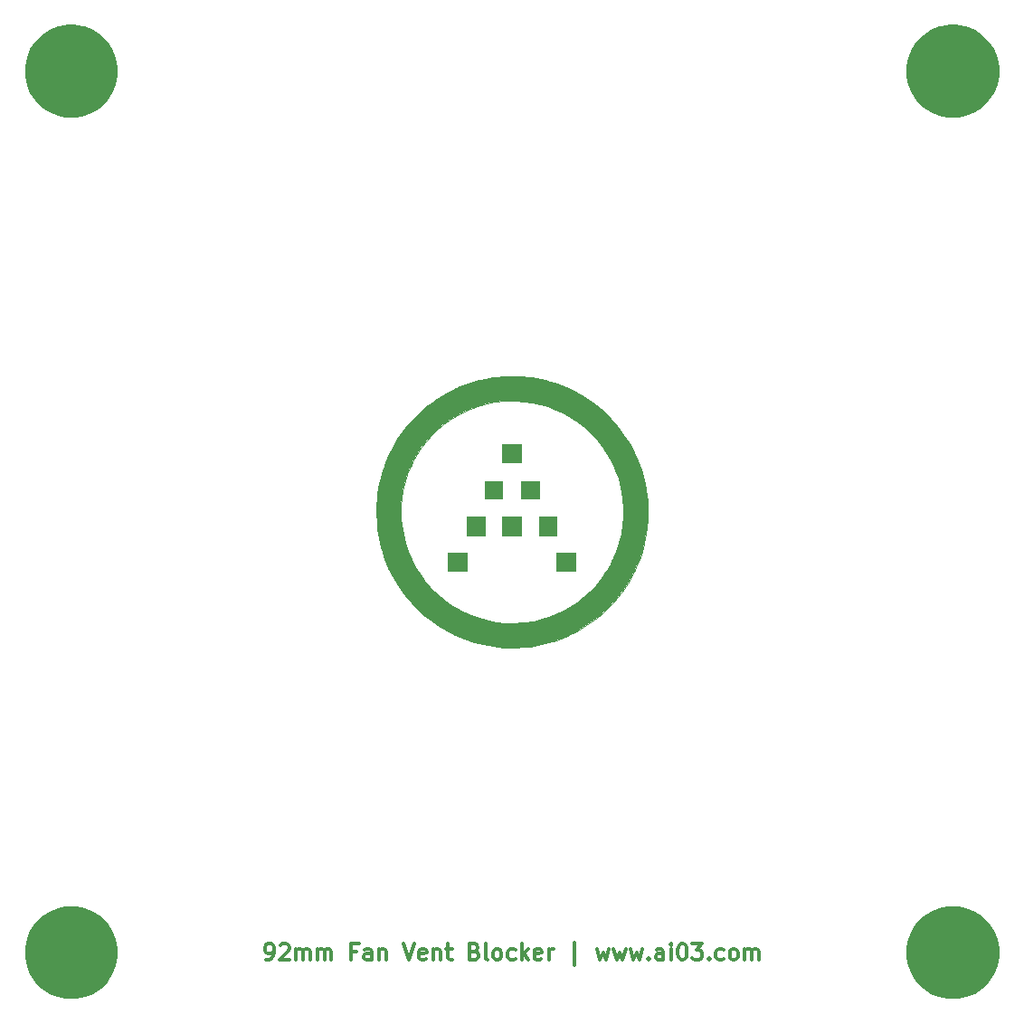
<source format=gts>
G04 #@! TF.GenerationSoftware,KiCad,Pcbnew,(5.1.4)-1*
G04 #@! TF.CreationDate,2020-12-31T01:33:54+09:00*
G04 #@! TF.ProjectId,fan-vent-blocker,66616e2d-7665-46e7-942d-626c6f636b65,rev?*
G04 #@! TF.SameCoordinates,Original*
G04 #@! TF.FileFunction,Soldermask,Top*
G04 #@! TF.FilePolarity,Negative*
%FSLAX46Y46*%
G04 Gerber Fmt 4.6, Leading zero omitted, Abs format (unit mm)*
G04 Created by KiCad (PCBNEW (5.1.4)-1) date 2020-12-31 01:33:54*
%MOMM*%
%LPD*%
G04 APERTURE LIST*
%ADD10C,0.300000*%
%ADD11C,0.010000*%
%ADD12C,0.100000*%
G04 APERTURE END LIST*
D10*
X-23000000Y-41928571D02*
X-22714285Y-41928571D01*
X-22571428Y-41857142D01*
X-22500000Y-41785714D01*
X-22357142Y-41571428D01*
X-22285714Y-41285714D01*
X-22285714Y-40714285D01*
X-22357142Y-40571428D01*
X-22428571Y-40500000D01*
X-22571428Y-40428571D01*
X-22857142Y-40428571D01*
X-23000000Y-40500000D01*
X-23071428Y-40571428D01*
X-23142857Y-40714285D01*
X-23142857Y-41071428D01*
X-23071428Y-41214285D01*
X-23000000Y-41285714D01*
X-22857142Y-41357142D01*
X-22571428Y-41357142D01*
X-22428571Y-41285714D01*
X-22357142Y-41214285D01*
X-22285714Y-41071428D01*
X-21714285Y-40571428D02*
X-21642857Y-40500000D01*
X-21500000Y-40428571D01*
X-21142857Y-40428571D01*
X-21000000Y-40500000D01*
X-20928571Y-40571428D01*
X-20857142Y-40714285D01*
X-20857142Y-40857142D01*
X-20928571Y-41071428D01*
X-21785714Y-41928571D01*
X-20857142Y-41928571D01*
X-20214285Y-41928571D02*
X-20214285Y-40928571D01*
X-20214285Y-41071428D02*
X-20142857Y-41000000D01*
X-20000000Y-40928571D01*
X-19785714Y-40928571D01*
X-19642857Y-41000000D01*
X-19571428Y-41142857D01*
X-19571428Y-41928571D01*
X-19571428Y-41142857D02*
X-19500000Y-41000000D01*
X-19357142Y-40928571D01*
X-19142857Y-40928571D01*
X-19000000Y-41000000D01*
X-18928571Y-41142857D01*
X-18928571Y-41928571D01*
X-18214285Y-41928571D02*
X-18214285Y-40928571D01*
X-18214285Y-41071428D02*
X-18142857Y-41000000D01*
X-18000000Y-40928571D01*
X-17785714Y-40928571D01*
X-17642857Y-41000000D01*
X-17571428Y-41142857D01*
X-17571428Y-41928571D01*
X-17571428Y-41142857D02*
X-17500000Y-41000000D01*
X-17357142Y-40928571D01*
X-17142857Y-40928571D01*
X-17000000Y-41000000D01*
X-16928571Y-41142857D01*
X-16928571Y-41928571D01*
X-14571428Y-41142857D02*
X-15071428Y-41142857D01*
X-15071428Y-41928571D02*
X-15071428Y-40428571D01*
X-14357142Y-40428571D01*
X-13142857Y-41928571D02*
X-13142857Y-41142857D01*
X-13214285Y-41000000D01*
X-13357142Y-40928571D01*
X-13642857Y-40928571D01*
X-13785714Y-41000000D01*
X-13142857Y-41857142D02*
X-13285714Y-41928571D01*
X-13642857Y-41928571D01*
X-13785714Y-41857142D01*
X-13857142Y-41714285D01*
X-13857142Y-41571428D01*
X-13785714Y-41428571D01*
X-13642857Y-41357142D01*
X-13285714Y-41357142D01*
X-13142857Y-41285714D01*
X-12428571Y-40928571D02*
X-12428571Y-41928571D01*
X-12428571Y-41071428D02*
X-12357142Y-41000000D01*
X-12214285Y-40928571D01*
X-12000000Y-40928571D01*
X-11857142Y-41000000D01*
X-11785714Y-41142857D01*
X-11785714Y-41928571D01*
X-10142857Y-40428571D02*
X-9642857Y-41928571D01*
X-9142857Y-40428571D01*
X-8071428Y-41857142D02*
X-8214285Y-41928571D01*
X-8500000Y-41928571D01*
X-8642857Y-41857142D01*
X-8714285Y-41714285D01*
X-8714285Y-41142857D01*
X-8642857Y-41000000D01*
X-8500000Y-40928571D01*
X-8214285Y-40928571D01*
X-8071428Y-41000000D01*
X-8000000Y-41142857D01*
X-8000000Y-41285714D01*
X-8714285Y-41428571D01*
X-7357142Y-40928571D02*
X-7357142Y-41928571D01*
X-7357142Y-41071428D02*
X-7285714Y-41000000D01*
X-7142857Y-40928571D01*
X-6928571Y-40928571D01*
X-6785714Y-41000000D01*
X-6714285Y-41142857D01*
X-6714285Y-41928571D01*
X-6214285Y-40928571D02*
X-5642857Y-40928571D01*
X-6000000Y-40428571D02*
X-6000000Y-41714285D01*
X-5928571Y-41857142D01*
X-5785714Y-41928571D01*
X-5642857Y-41928571D01*
X-3500000Y-41142857D02*
X-3285714Y-41214285D01*
X-3214285Y-41285714D01*
X-3142857Y-41428571D01*
X-3142857Y-41642857D01*
X-3214285Y-41785714D01*
X-3285714Y-41857142D01*
X-3428571Y-41928571D01*
X-4000000Y-41928571D01*
X-4000000Y-40428571D01*
X-3500000Y-40428571D01*
X-3357142Y-40500000D01*
X-3285714Y-40571428D01*
X-3214285Y-40714285D01*
X-3214285Y-40857142D01*
X-3285714Y-41000000D01*
X-3357142Y-41071428D01*
X-3500000Y-41142857D01*
X-4000000Y-41142857D01*
X-2285714Y-41928571D02*
X-2428571Y-41857142D01*
X-2500000Y-41714285D01*
X-2500000Y-40428571D01*
X-1500000Y-41928571D02*
X-1642857Y-41857142D01*
X-1714285Y-41785714D01*
X-1785714Y-41642857D01*
X-1785714Y-41214285D01*
X-1714285Y-41071428D01*
X-1642857Y-41000000D01*
X-1500000Y-40928571D01*
X-1285714Y-40928571D01*
X-1142857Y-41000000D01*
X-1071428Y-41071428D01*
X-1000000Y-41214285D01*
X-1000000Y-41642857D01*
X-1071428Y-41785714D01*
X-1142857Y-41857142D01*
X-1285714Y-41928571D01*
X-1500000Y-41928571D01*
X285714Y-41857142D02*
X142857Y-41928571D01*
X-142857Y-41928571D01*
X-285714Y-41857142D01*
X-357142Y-41785714D01*
X-428571Y-41642857D01*
X-428571Y-41214285D01*
X-357142Y-41071428D01*
X-285714Y-41000000D01*
X-142857Y-40928571D01*
X142857Y-40928571D01*
X285714Y-41000000D01*
X928571Y-41928571D02*
X928571Y-40428571D01*
X1071428Y-41357142D02*
X1500000Y-41928571D01*
X1500000Y-40928571D02*
X928571Y-41500000D01*
X2714285Y-41857142D02*
X2571428Y-41928571D01*
X2285714Y-41928571D01*
X2142857Y-41857142D01*
X2071428Y-41714285D01*
X2071428Y-41142857D01*
X2142857Y-41000000D01*
X2285714Y-40928571D01*
X2571428Y-40928571D01*
X2714285Y-41000000D01*
X2785714Y-41142857D01*
X2785714Y-41285714D01*
X2071428Y-41428571D01*
X3428571Y-41928571D02*
X3428571Y-40928571D01*
X3428571Y-41214285D02*
X3500000Y-41071428D01*
X3571428Y-41000000D01*
X3714285Y-40928571D01*
X3857142Y-40928571D01*
X5857142Y-42428571D02*
X5857142Y-40285714D01*
X7928571Y-40928571D02*
X8214285Y-41928571D01*
X8500000Y-41214285D01*
X8785714Y-41928571D01*
X9071428Y-40928571D01*
X9500000Y-40928571D02*
X9785714Y-41928571D01*
X10071428Y-41214285D01*
X10357142Y-41928571D01*
X10642857Y-40928571D01*
X11071428Y-40928571D02*
X11357142Y-41928571D01*
X11642857Y-41214285D01*
X11928571Y-41928571D01*
X12214285Y-40928571D01*
X12785714Y-41785714D02*
X12857142Y-41857142D01*
X12785714Y-41928571D01*
X12714285Y-41857142D01*
X12785714Y-41785714D01*
X12785714Y-41928571D01*
X14142857Y-41928571D02*
X14142857Y-41142857D01*
X14071428Y-41000000D01*
X13928571Y-40928571D01*
X13642857Y-40928571D01*
X13500000Y-41000000D01*
X14142857Y-41857142D02*
X14000000Y-41928571D01*
X13642857Y-41928571D01*
X13500000Y-41857142D01*
X13428571Y-41714285D01*
X13428571Y-41571428D01*
X13500000Y-41428571D01*
X13642857Y-41357142D01*
X14000000Y-41357142D01*
X14142857Y-41285714D01*
X14857142Y-41928571D02*
X14857142Y-40928571D01*
X14857142Y-40428571D02*
X14785714Y-40500000D01*
X14857142Y-40571428D01*
X14928571Y-40500000D01*
X14857142Y-40428571D01*
X14857142Y-40571428D01*
X15857142Y-40428571D02*
X16000000Y-40428571D01*
X16142857Y-40500000D01*
X16214285Y-40571428D01*
X16285714Y-40714285D01*
X16357142Y-41000000D01*
X16357142Y-41357142D01*
X16285714Y-41642857D01*
X16214285Y-41785714D01*
X16142857Y-41857142D01*
X16000000Y-41928571D01*
X15857142Y-41928571D01*
X15714285Y-41857142D01*
X15642857Y-41785714D01*
X15571428Y-41642857D01*
X15500000Y-41357142D01*
X15500000Y-41000000D01*
X15571428Y-40714285D01*
X15642857Y-40571428D01*
X15714285Y-40500000D01*
X15857142Y-40428571D01*
X16857142Y-40428571D02*
X17785714Y-40428571D01*
X17285714Y-41000000D01*
X17500000Y-41000000D01*
X17642857Y-41071428D01*
X17714285Y-41142857D01*
X17785714Y-41285714D01*
X17785714Y-41642857D01*
X17714285Y-41785714D01*
X17642857Y-41857142D01*
X17500000Y-41928571D01*
X17071428Y-41928571D01*
X16928571Y-41857142D01*
X16857142Y-41785714D01*
X18428571Y-41785714D02*
X18500000Y-41857142D01*
X18428571Y-41928571D01*
X18357142Y-41857142D01*
X18428571Y-41785714D01*
X18428571Y-41928571D01*
X19785714Y-41857142D02*
X19642857Y-41928571D01*
X19357142Y-41928571D01*
X19214285Y-41857142D01*
X19142857Y-41785714D01*
X19071428Y-41642857D01*
X19071428Y-41214285D01*
X19142857Y-41071428D01*
X19214285Y-41000000D01*
X19357142Y-40928571D01*
X19642857Y-40928571D01*
X19785714Y-41000000D01*
X20642857Y-41928571D02*
X20500000Y-41857142D01*
X20428571Y-41785714D01*
X20357142Y-41642857D01*
X20357142Y-41214285D01*
X20428571Y-41071428D01*
X20500000Y-41000000D01*
X20642857Y-40928571D01*
X20857142Y-40928571D01*
X21000000Y-41000000D01*
X21071428Y-41071428D01*
X21142857Y-41214285D01*
X21142857Y-41642857D01*
X21071428Y-41785714D01*
X21000000Y-41857142D01*
X20857142Y-41928571D01*
X20642857Y-41928571D01*
X21785714Y-41928571D02*
X21785714Y-40928571D01*
X21785714Y-41071428D02*
X21857142Y-41000000D01*
X22000000Y-40928571D01*
X22214285Y-40928571D01*
X22357142Y-41000000D01*
X22428571Y-41142857D01*
X22428571Y-41928571D01*
X22428571Y-41142857D02*
X22500000Y-41000000D01*
X22642857Y-40928571D01*
X22857142Y-40928571D01*
X23000000Y-41000000D01*
X23071428Y-41142857D01*
X23071428Y-41928571D01*
D11*
G36*
X812799Y4605867D02*
G01*
X-914400Y4605867D01*
X-914400Y6333067D01*
X812799Y6333067D01*
X812799Y4605867D01*
X812799Y4605867D01*
G37*
X812799Y4605867D02*
X-914400Y4605867D01*
X-914400Y6333067D01*
X812799Y6333067D01*
X812799Y4605867D01*
G36*
X2539999Y1253067D02*
G01*
X812799Y1253067D01*
X812799Y2878667D01*
X2539999Y2878667D01*
X2539999Y1253067D01*
X2539999Y1253067D01*
G37*
X2539999Y1253067D02*
X812799Y1253067D01*
X812799Y2878667D01*
X2539999Y2878667D01*
X2539999Y1253067D01*
G36*
X-914400Y1253067D02*
G01*
X-2540000Y1253067D01*
X-2540000Y2878667D01*
X-914400Y2878667D01*
X-914400Y1253067D01*
X-914400Y1253067D01*
G37*
X-914400Y1253067D02*
X-2540000Y1253067D01*
X-2540000Y2878667D01*
X-914400Y2878667D01*
X-914400Y1253067D01*
G36*
X4165600Y-2201333D02*
G01*
X2539999Y-2201333D01*
X2539999Y-474133D01*
X4165600Y-474133D01*
X4165600Y-2201333D01*
X4165600Y-2201333D01*
G37*
X4165600Y-2201333D02*
X2539999Y-2201333D01*
X2539999Y-474133D01*
X4165600Y-474133D01*
X4165600Y-2201333D01*
G36*
X812799Y-2201333D02*
G01*
X-914400Y-2201333D01*
X-914400Y-474133D01*
X812799Y-474133D01*
X812799Y-2201333D01*
X812799Y-2201333D01*
G37*
X812799Y-2201333D02*
X-914400Y-2201333D01*
X-914400Y-474133D01*
X812799Y-474133D01*
X812799Y-2201333D01*
G36*
X-2540000Y-2201333D02*
G01*
X-4267200Y-2201333D01*
X-4267200Y-474133D01*
X-2540000Y-474133D01*
X-2540000Y-2201333D01*
X-2540000Y-2201333D01*
G37*
X-2540000Y-2201333D02*
X-4267200Y-2201333D01*
X-4267200Y-474133D01*
X-2540000Y-474133D01*
X-2540000Y-2201333D01*
G36*
X5892800Y-5554133D02*
G01*
X4165600Y-5554133D01*
X4165600Y-3826933D01*
X5892800Y-3826933D01*
X5892800Y-5554133D01*
X5892800Y-5554133D01*
G37*
X5892800Y-5554133D02*
X4165600Y-5554133D01*
X4165600Y-3826933D01*
X5892800Y-3826933D01*
X5892800Y-5554133D01*
G36*
X-4267200Y-5554133D02*
G01*
X-5994401Y-5554133D01*
X-5994401Y-3826933D01*
X-4267200Y-3826933D01*
X-4267200Y-5554133D01*
X-4267200Y-5554133D01*
G37*
X-4267200Y-5554133D02*
X-5994401Y-5554133D01*
X-5994401Y-3826933D01*
X-4267200Y-3826933D01*
X-4267200Y-5554133D01*
G36*
X16933Y12680344D02*
G01*
X546505Y12674496D01*
X1023142Y12656760D01*
X1460873Y12625413D01*
X1873731Y12578733D01*
X2275745Y12514997D01*
X2680946Y12432483D01*
X3103365Y12329468D01*
X3296553Y12277682D01*
X4186355Y11999333D01*
X5048597Y11660836D01*
X5880011Y11263883D01*
X6677330Y10810164D01*
X7437287Y10301371D01*
X8086440Y9797903D01*
X8759159Y9197475D01*
X9387796Y8551309D01*
X9969433Y7863960D01*
X10501154Y7139982D01*
X10980041Y6383930D01*
X11403177Y5600360D01*
X11767645Y4793827D01*
X12070528Y3968884D01*
X12278545Y3252040D01*
X12419646Y2654767D01*
X12527849Y2091842D01*
X12606324Y1540280D01*
X12658240Y977096D01*
X12686765Y379307D01*
X12689554Y270934D01*
X12677951Y-660466D01*
X12600320Y-1576875D01*
X12456684Y-2478167D01*
X12247067Y-3364218D01*
X11971493Y-4234900D01*
X11697585Y-4934344D01*
X11577768Y-5212808D01*
X11475102Y-5443881D01*
X11381795Y-5643147D01*
X11290055Y-5826189D01*
X11192090Y-6008589D01*
X11080108Y-6205931D01*
X10955841Y-6417733D01*
X10447174Y-7212490D01*
X9892061Y-7957984D01*
X9289936Y-8654783D01*
X8640234Y-9303451D01*
X7942388Y-9904554D01*
X7195835Y-10458657D01*
X6417733Y-10955841D01*
X6192327Y-11087975D01*
X5996431Y-11198808D01*
X5814463Y-11296131D01*
X5630839Y-11387736D01*
X5429977Y-11481415D01*
X5196294Y-11584960D01*
X4934344Y-11697585D01*
X4523748Y-11866322D01*
X4145220Y-12007287D01*
X3773532Y-12128833D01*
X3383457Y-12239312D01*
X3031066Y-12327773D01*
X2329129Y-12479472D01*
X1658859Y-12589026D01*
X1000819Y-12658742D01*
X335568Y-12690925D01*
X-50800Y-12693388D01*
X-269333Y-12691191D01*
X-474650Y-12688181D01*
X-653340Y-12684629D01*
X-791989Y-12680802D01*
X-877185Y-12676971D01*
X-880534Y-12676730D01*
X-1802875Y-12574536D01*
X-2710638Y-12408193D01*
X-3600157Y-12179057D01*
X-4467765Y-11888480D01*
X-5309798Y-11537819D01*
X-6122590Y-11128427D01*
X-6902476Y-10661659D01*
X-7546554Y-10213528D01*
X-8284379Y-9623249D01*
X-8969962Y-8990240D01*
X-9602345Y-8315900D01*
X-10180571Y-7601629D01*
X-10703684Y-6848826D01*
X-11170727Y-6058889D01*
X-11580743Y-5233217D01*
X-11932774Y-4373210D01*
X-12225865Y-3480267D01*
X-12277682Y-3296553D01*
X-12390178Y-2862231D01*
X-12481421Y-2451246D01*
X-12553135Y-2049567D01*
X-12607041Y-1643164D01*
X-12644863Y-1218005D01*
X-12668324Y-760061D01*
X-12679145Y-255301D01*
X-12680344Y-16933D01*
X-12677461Y219274D01*
X-10407280Y219274D01*
X-10406838Y-122649D01*
X-10399734Y-462551D01*
X-10386096Y-783089D01*
X-10366055Y-1066921D01*
X-10350184Y-1219199D01*
X-10214189Y-2061003D01*
X-10015142Y-2878562D01*
X-9753810Y-3670279D01*
X-9430958Y-4434554D01*
X-9047353Y-5169789D01*
X-8603761Y-5874386D01*
X-8100946Y-6546745D01*
X-7539677Y-7185267D01*
X-7444378Y-7284309D01*
X-6871645Y-7826493D01*
X-6249983Y-8329686D01*
X-5590909Y-8785450D01*
X-4905946Y-9185349D01*
X-4710581Y-9286415D01*
X-4393106Y-9442785D01*
X-4114742Y-9571720D01*
X-3856622Y-9680808D01*
X-3599880Y-9777637D01*
X-3325649Y-9869795D01*
X-3048000Y-9955103D01*
X-2240693Y-10165932D01*
X-1448155Y-10312922D01*
X-664204Y-10396645D01*
X117344Y-10417674D01*
X902674Y-10376580D01*
X1186586Y-10346797D01*
X1985867Y-10223305D01*
X2752080Y-10044920D01*
X3495922Y-9808441D01*
X4228089Y-9510672D01*
X4641773Y-9313560D01*
X5369803Y-8914974D01*
X6049978Y-8472369D01*
X6685532Y-7982822D01*
X7279698Y-7443412D01*
X7835708Y-6851219D01*
X8356796Y-6203320D01*
X8818739Y-5539240D01*
X8925941Y-5363488D01*
X9051053Y-5141077D01*
X9186307Y-4887450D01*
X9323940Y-4618053D01*
X9456185Y-4348330D01*
X9575277Y-4093724D01*
X9673450Y-3869681D01*
X9730784Y-3725333D01*
X9999020Y-2908091D01*
X10201242Y-2085739D01*
X10337278Y-1260586D01*
X10406956Y-434943D01*
X10410103Y388879D01*
X10346547Y1208570D01*
X10216115Y2021819D01*
X10174287Y2218267D01*
X10030718Y2799783D01*
X9867274Y3338166D01*
X9675538Y3857038D01*
X9447096Y4380023D01*
X9286415Y4710581D01*
X8886608Y5430998D01*
X8430824Y6115528D01*
X7922338Y6761097D01*
X7364426Y7364634D01*
X6760364Y7923067D01*
X6113426Y8433324D01*
X5426889Y8892332D01*
X4704028Y9297019D01*
X4088854Y9585154D01*
X3356572Y9868438D01*
X2620343Y10090296D01*
X1871597Y10252466D01*
X1101763Y10356690D01*
X302273Y10404707D01*
X33866Y10408504D01*
X-811336Y10381323D01*
X-1628948Y10293242D01*
X-2422270Y10143261D01*
X-3194605Y9930383D01*
X-3949254Y9653610D01*
X-4689520Y9311943D01*
X-5418704Y8904385D01*
X-5848344Y8630425D01*
X-6443259Y8197240D01*
X-7015837Y7708681D01*
X-7559079Y7172955D01*
X-8065984Y6598269D01*
X-8529552Y5992829D01*
X-8942784Y5364841D01*
X-9298680Y4722513D01*
X-9447142Y4411392D01*
X-9709128Y3793326D01*
X-9923448Y3199241D01*
X-10095209Y2610663D01*
X-10229523Y2009115D01*
X-10331496Y1376124D01*
X-10367340Y1083734D01*
X-10387660Y839808D01*
X-10400930Y545874D01*
X-10407280Y219274D01*
X-12677461Y219274D01*
X-12672897Y593181D01*
X-12647836Y1151546D01*
X-12602719Y1672428D01*
X-12535104Y2170091D01*
X-12442550Y2658798D01*
X-12322616Y3152814D01*
X-12172860Y3666404D01*
X-11990840Y4213831D01*
X-11923878Y4402667D01*
X-11589437Y5233469D01*
X-11193318Y6037027D01*
X-10736333Y6812224D01*
X-10219297Y7557938D01*
X-9643023Y8273052D01*
X-9008326Y8956446D01*
X-8316019Y9607000D01*
X-7860178Y9991768D01*
X-7493976Y10271206D01*
X-7077809Y10558464D01*
X-6627210Y10844107D01*
X-6157713Y11118698D01*
X-5684850Y11372802D01*
X-5224155Y11596981D01*
X-5198534Y11608685D01*
X-4900035Y11736142D01*
X-4553662Y11870055D01*
X-4178061Y12004112D01*
X-3791877Y12132004D01*
X-3413754Y12247419D01*
X-3062340Y12344048D01*
X-2926294Y12377726D01*
X-2528536Y12466334D01*
X-2148913Y12537418D01*
X-1773426Y12592417D01*
X-1388078Y12632770D01*
X-978868Y12659917D01*
X-531800Y12675296D01*
X-32874Y12680348D01*
X16933Y12680344D01*
X16933Y12680344D01*
G37*
X16933Y12680344D02*
X546505Y12674496D01*
X1023142Y12656760D01*
X1460873Y12625413D01*
X1873731Y12578733D01*
X2275745Y12514997D01*
X2680946Y12432483D01*
X3103365Y12329468D01*
X3296553Y12277682D01*
X4186355Y11999333D01*
X5048597Y11660836D01*
X5880011Y11263883D01*
X6677330Y10810164D01*
X7437287Y10301371D01*
X8086440Y9797903D01*
X8759159Y9197475D01*
X9387796Y8551309D01*
X9969433Y7863960D01*
X10501154Y7139982D01*
X10980041Y6383930D01*
X11403177Y5600360D01*
X11767645Y4793827D01*
X12070528Y3968884D01*
X12278545Y3252040D01*
X12419646Y2654767D01*
X12527849Y2091842D01*
X12606324Y1540280D01*
X12658240Y977096D01*
X12686765Y379307D01*
X12689554Y270934D01*
X12677951Y-660466D01*
X12600320Y-1576875D01*
X12456684Y-2478167D01*
X12247067Y-3364218D01*
X11971493Y-4234900D01*
X11697585Y-4934344D01*
X11577768Y-5212808D01*
X11475102Y-5443881D01*
X11381795Y-5643147D01*
X11290055Y-5826189D01*
X11192090Y-6008589D01*
X11080108Y-6205931D01*
X10955841Y-6417733D01*
X10447174Y-7212490D01*
X9892061Y-7957984D01*
X9289936Y-8654783D01*
X8640234Y-9303451D01*
X7942388Y-9904554D01*
X7195835Y-10458657D01*
X6417733Y-10955841D01*
X6192327Y-11087975D01*
X5996431Y-11198808D01*
X5814463Y-11296131D01*
X5630839Y-11387736D01*
X5429977Y-11481415D01*
X5196294Y-11584960D01*
X4934344Y-11697585D01*
X4523748Y-11866322D01*
X4145220Y-12007287D01*
X3773532Y-12128833D01*
X3383457Y-12239312D01*
X3031066Y-12327773D01*
X2329129Y-12479472D01*
X1658859Y-12589026D01*
X1000819Y-12658742D01*
X335568Y-12690925D01*
X-50800Y-12693388D01*
X-269333Y-12691191D01*
X-474650Y-12688181D01*
X-653340Y-12684629D01*
X-791989Y-12680802D01*
X-877185Y-12676971D01*
X-880534Y-12676730D01*
X-1802875Y-12574536D01*
X-2710638Y-12408193D01*
X-3600157Y-12179057D01*
X-4467765Y-11888480D01*
X-5309798Y-11537819D01*
X-6122590Y-11128427D01*
X-6902476Y-10661659D01*
X-7546554Y-10213528D01*
X-8284379Y-9623249D01*
X-8969962Y-8990240D01*
X-9602345Y-8315900D01*
X-10180571Y-7601629D01*
X-10703684Y-6848826D01*
X-11170727Y-6058889D01*
X-11580743Y-5233217D01*
X-11932774Y-4373210D01*
X-12225865Y-3480267D01*
X-12277682Y-3296553D01*
X-12390178Y-2862231D01*
X-12481421Y-2451246D01*
X-12553135Y-2049567D01*
X-12607041Y-1643164D01*
X-12644863Y-1218005D01*
X-12668324Y-760061D01*
X-12679145Y-255301D01*
X-12680344Y-16933D01*
X-12677461Y219274D01*
X-10407280Y219274D01*
X-10406838Y-122649D01*
X-10399734Y-462551D01*
X-10386096Y-783089D01*
X-10366055Y-1066921D01*
X-10350184Y-1219199D01*
X-10214189Y-2061003D01*
X-10015142Y-2878562D01*
X-9753810Y-3670279D01*
X-9430958Y-4434554D01*
X-9047353Y-5169789D01*
X-8603761Y-5874386D01*
X-8100946Y-6546745D01*
X-7539677Y-7185267D01*
X-7444378Y-7284309D01*
X-6871645Y-7826493D01*
X-6249983Y-8329686D01*
X-5590909Y-8785450D01*
X-4905946Y-9185349D01*
X-4710581Y-9286415D01*
X-4393106Y-9442785D01*
X-4114742Y-9571720D01*
X-3856622Y-9680808D01*
X-3599880Y-9777637D01*
X-3325649Y-9869795D01*
X-3048000Y-9955103D01*
X-2240693Y-10165932D01*
X-1448155Y-10312922D01*
X-664204Y-10396645D01*
X117344Y-10417674D01*
X902674Y-10376580D01*
X1186586Y-10346797D01*
X1985867Y-10223305D01*
X2752080Y-10044920D01*
X3495922Y-9808441D01*
X4228089Y-9510672D01*
X4641773Y-9313560D01*
X5369803Y-8914974D01*
X6049978Y-8472369D01*
X6685532Y-7982822D01*
X7279698Y-7443412D01*
X7835708Y-6851219D01*
X8356796Y-6203320D01*
X8818739Y-5539240D01*
X8925941Y-5363488D01*
X9051053Y-5141077D01*
X9186307Y-4887450D01*
X9323940Y-4618053D01*
X9456185Y-4348330D01*
X9575277Y-4093724D01*
X9673450Y-3869681D01*
X9730784Y-3725333D01*
X9999020Y-2908091D01*
X10201242Y-2085739D01*
X10337278Y-1260586D01*
X10406956Y-434943D01*
X10410103Y388879D01*
X10346547Y1208570D01*
X10216115Y2021819D01*
X10174287Y2218267D01*
X10030718Y2799783D01*
X9867274Y3338166D01*
X9675538Y3857038D01*
X9447096Y4380023D01*
X9286415Y4710581D01*
X8886608Y5430998D01*
X8430824Y6115528D01*
X7922338Y6761097D01*
X7364426Y7364634D01*
X6760364Y7923067D01*
X6113426Y8433324D01*
X5426889Y8892332D01*
X4704028Y9297019D01*
X4088854Y9585154D01*
X3356572Y9868438D01*
X2620343Y10090296D01*
X1871597Y10252466D01*
X1101763Y10356690D01*
X302273Y10404707D01*
X33866Y10408504D01*
X-811336Y10381323D01*
X-1628948Y10293242D01*
X-2422270Y10143261D01*
X-3194605Y9930383D01*
X-3949254Y9653610D01*
X-4689520Y9311943D01*
X-5418704Y8904385D01*
X-5848344Y8630425D01*
X-6443259Y8197240D01*
X-7015837Y7708681D01*
X-7559079Y7172955D01*
X-8065984Y6598269D01*
X-8529552Y5992829D01*
X-8942784Y5364841D01*
X-9298680Y4722513D01*
X-9447142Y4411392D01*
X-9709128Y3793326D01*
X-9923448Y3199241D01*
X-10095209Y2610663D01*
X-10229523Y2009115D01*
X-10331496Y1376124D01*
X-10367340Y1083734D01*
X-10387660Y839808D01*
X-10400930Y545874D01*
X-10407280Y219274D01*
X-12677461Y219274D01*
X-12672897Y593181D01*
X-12647836Y1151546D01*
X-12602719Y1672428D01*
X-12535104Y2170091D01*
X-12442550Y2658798D01*
X-12322616Y3152814D01*
X-12172860Y3666404D01*
X-11990840Y4213831D01*
X-11923878Y4402667D01*
X-11589437Y5233469D01*
X-11193318Y6037027D01*
X-10736333Y6812224D01*
X-10219297Y7557938D01*
X-9643023Y8273052D01*
X-9008326Y8956446D01*
X-8316019Y9607000D01*
X-7860178Y9991768D01*
X-7493976Y10271206D01*
X-7077809Y10558464D01*
X-6627210Y10844107D01*
X-6157713Y11118698D01*
X-5684850Y11372802D01*
X-5224155Y11596981D01*
X-5198534Y11608685D01*
X-4900035Y11736142D01*
X-4553662Y11870055D01*
X-4178061Y12004112D01*
X-3791877Y12132004D01*
X-3413754Y12247419D01*
X-3062340Y12344048D01*
X-2926294Y12377726D01*
X-2528536Y12466334D01*
X-2148913Y12537418D01*
X-1773426Y12592417D01*
X-1388078Y12632770D01*
X-978868Y12659917D01*
X-531800Y12675296D01*
X-32874Y12680348D01*
X16933Y12680344D01*
D12*
G36*
X-40701844Y-36922794D02*
G01*
X-39980860Y-37066206D01*
X-39189028Y-37394193D01*
X-38476399Y-37870357D01*
X-37870357Y-38476399D01*
X-37394193Y-39189028D01*
X-37066206Y-39980860D01*
X-36899000Y-40821464D01*
X-36899000Y-41678536D01*
X-37066206Y-42519140D01*
X-37394193Y-43310972D01*
X-37870357Y-44023601D01*
X-38476399Y-44629643D01*
X-39189028Y-45105807D01*
X-39980860Y-45433794D01*
X-40701844Y-45577206D01*
X-40821463Y-45601000D01*
X-41678537Y-45601000D01*
X-41798156Y-45577206D01*
X-42519140Y-45433794D01*
X-43310972Y-45105807D01*
X-44023601Y-44629643D01*
X-44629643Y-44023601D01*
X-45105807Y-43310972D01*
X-45433794Y-42519140D01*
X-45601000Y-41678536D01*
X-45601000Y-40821464D01*
X-45433794Y-39980860D01*
X-45105807Y-39189028D01*
X-44629643Y-38476399D01*
X-44023601Y-37870357D01*
X-43310972Y-37394193D01*
X-42519140Y-37066206D01*
X-41798156Y-36922794D01*
X-41678537Y-36899000D01*
X-40821463Y-36899000D01*
X-40701844Y-36922794D01*
X-40701844Y-36922794D01*
G37*
G36*
X41798156Y-36922794D02*
G01*
X42519140Y-37066206D01*
X43310972Y-37394193D01*
X44023601Y-37870357D01*
X44629643Y-38476399D01*
X45105807Y-39189028D01*
X45433794Y-39980860D01*
X45601000Y-40821464D01*
X45601000Y-41678536D01*
X45433794Y-42519140D01*
X45105807Y-43310972D01*
X44629643Y-44023601D01*
X44023601Y-44629643D01*
X43310972Y-45105807D01*
X42519140Y-45433794D01*
X41798156Y-45577206D01*
X41678537Y-45601000D01*
X40821463Y-45601000D01*
X40701844Y-45577206D01*
X39980860Y-45433794D01*
X39189028Y-45105807D01*
X38476399Y-44629643D01*
X37870357Y-44023601D01*
X37394193Y-43310972D01*
X37066206Y-42519140D01*
X36899000Y-41678536D01*
X36899000Y-40821464D01*
X37066206Y-39980860D01*
X37394193Y-39189028D01*
X37870357Y-38476399D01*
X38476399Y-37870357D01*
X39189028Y-37394193D01*
X39980860Y-37066206D01*
X40701844Y-36922794D01*
X40821463Y-36899000D01*
X41678537Y-36899000D01*
X41798156Y-36922794D01*
X41798156Y-36922794D01*
G37*
G36*
X-40701844Y45577206D02*
G01*
X-39980860Y45433794D01*
X-39189028Y45105807D01*
X-38476399Y44629643D01*
X-37870357Y44023601D01*
X-37394193Y43310972D01*
X-37066206Y42519140D01*
X-36899000Y41678536D01*
X-36899000Y40821464D01*
X-37066206Y39980860D01*
X-37394193Y39189028D01*
X-37870357Y38476399D01*
X-38476399Y37870357D01*
X-39189028Y37394193D01*
X-39980860Y37066206D01*
X-40701844Y36922794D01*
X-40821463Y36899000D01*
X-41678537Y36899000D01*
X-41798156Y36922794D01*
X-42519140Y37066206D01*
X-43310972Y37394193D01*
X-44023601Y37870357D01*
X-44629643Y38476399D01*
X-45105807Y39189028D01*
X-45433794Y39980860D01*
X-45601000Y40821464D01*
X-45601000Y41678536D01*
X-45433794Y42519140D01*
X-45105807Y43310972D01*
X-44629643Y44023601D01*
X-44023601Y44629643D01*
X-43310972Y45105807D01*
X-42519140Y45433794D01*
X-41798156Y45577206D01*
X-41678537Y45601000D01*
X-40821463Y45601000D01*
X-40701844Y45577206D01*
X-40701844Y45577206D01*
G37*
G36*
X41798156Y45577206D02*
G01*
X42519140Y45433794D01*
X43310972Y45105807D01*
X44023601Y44629643D01*
X44629643Y44023601D01*
X45105807Y43310972D01*
X45433794Y42519140D01*
X45601000Y41678536D01*
X45601000Y40821464D01*
X45433794Y39980860D01*
X45105807Y39189028D01*
X44629643Y38476399D01*
X44023601Y37870357D01*
X43310972Y37394193D01*
X42519140Y37066206D01*
X41798156Y36922794D01*
X41678537Y36899000D01*
X40821463Y36899000D01*
X40701844Y36922794D01*
X39980860Y37066206D01*
X39189028Y37394193D01*
X38476399Y37870357D01*
X37870357Y38476399D01*
X37394193Y39189028D01*
X37066206Y39980860D01*
X36899000Y40821464D01*
X36899000Y41678536D01*
X37066206Y42519140D01*
X37394193Y43310972D01*
X37870357Y44023601D01*
X38476399Y44629643D01*
X39189028Y45105807D01*
X39980860Y45433794D01*
X40701844Y45577206D01*
X40821463Y45601000D01*
X41678537Y45601000D01*
X41798156Y45577206D01*
X41798156Y45577206D01*
G37*
M02*

</source>
